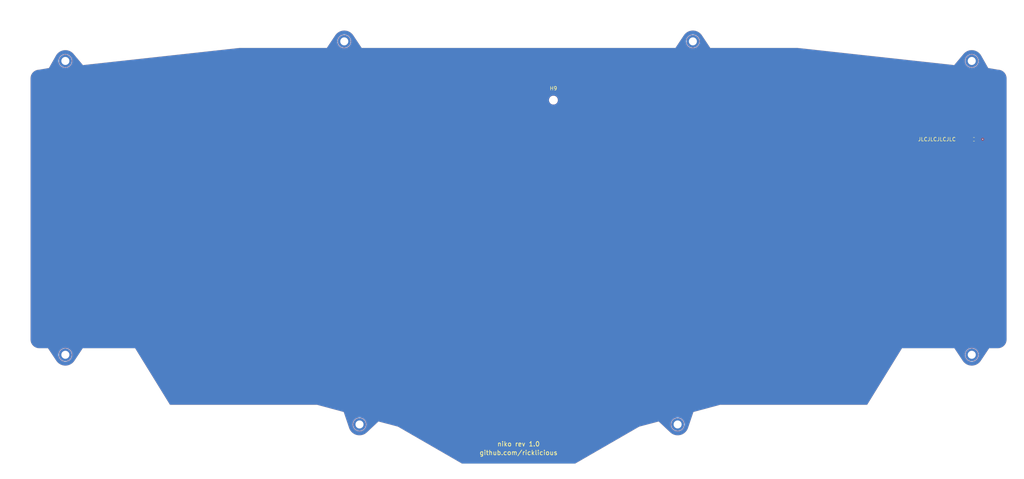
<source format=kicad_pcb>
(kicad_pcb (version 20171130) (host pcbnew "(5.1.4-0)")
  (layers (0 F.Cu signal) (31 B.Cu signal) (34 B.Paste user) (35 F.Paste user) (36 B.SilkS user) (37 F.SilkS user) (38 B.Mask user) (39 F.Mask user) (44 Edge.Cuts user))
  (net 0 "")
  (net 1 GND)
  (module MountingHole:MountingHole_2.2mm_M2 (layer F.Cu) (at 207.170418 89.297052)
    (fp_text reference H9 (at 0 -3.2) (layer F.SilkS))
    (fp_text value MountingHole)
    (pad 1 np_thru_hole circle (at 0 0) (size 2.2 2.2) (drill 2.2) (layers *.Cu *.Mask))
  )
  (module Keeb_footprints:MX100_outline (layer F.Cu) (at 197.64458 146.447085)
    (fp_text reference U61)
    (fp_text value HOLE)
  )
  (module Keeb_footprints:MX100_outline (layer F.Cu) (at 321.4701 90.48788)
    (fp_text reference U60)
    (fp_text value HOLE)
  )
  (module Keeb_footprints:MX100_outline (layer F.Cu) (at 302.42002 90.48788)
    (fp_text reference U59)
    (fp_text value HOLE)
  )
  (module Keeb_footprints:MX100_outline (layer F.Cu) (at 283.36994 86.91599)
    (fp_text reference U58)
    (fp_text value HOLE)
  )
  (module Keeb_footprints:MX100_outline (layer F.Cu) (at 264.31986 84.53473)
    (fp_text reference U57)
    (fp_text value HOLE)
  )
  (module Keeb_footprints:MX100_outline (layer F.Cu) (at 245.26978 86.91599)
    (fp_text reference U56)
    (fp_text value HOLE)
  )
  (module Keeb_footprints:MX100_outline (layer F.Cu) (at 226.2197 89.29725)
    (fp_text reference U55)
    (fp_text value HOLE)
  )
  (module Keeb_footprints:MX100_outline (layer F.Cu) (at 169.06946 89.29725)
    (fp_text reference U54)
    (fp_text value HOLE)
  )
  (module Keeb_footprints:MX100_outline (layer F.Cu) (at 150.01938 86.91599)
    (fp_text reference U53)
    (fp_text value HOLE)
  )
  (module Keeb_footprints:MX100_outline (layer F.Cu) (at 130.9693 84.53473)
    (fp_text reference U52)
    (fp_text value HOLE)
  )
  (module Keeb_footprints:MX100_outline (layer F.Cu) (at 111.91922 86.91599)
    (fp_text reference U51)
    (fp_text value HOLE)
  )
  (module Keeb_footprints:MX100_outline (layer F.Cu) (at 92.86914 90.48788)
    (fp_text reference U50)
    (fp_text value HOLE)
  )
  (module Keeb_footprints:MX100_outline (layer F.Cu) (at 73.81906 90.48788)
    (fp_text reference U49)
    (fp_text value HOLE)
  )
  (module Keeb_footprints:MX100_outline (layer F.Cu) (at 283.36994 163.11631)
    (fp_text reference U46)
    (fp_text value HOLE)
  )
  (module Keeb_footprints:MX100_outline (layer F.Cu) (at 264.31986 160.73505)
    (fp_text reference U45)
    (fp_text value HOLE)
  )
  (module Keeb_footprints:MX100_outline (layer F.Cu) (at 238.126 166.6882 195)
    (fp_text reference U44)
    (fp_text value HOLE)
  )
  (module Keeb_footprints:MX100_outline (layer F.Cu) (at 214.3134 171.45072 120)
    (fp_text reference U43)
    (fp_text value HOLE)
  )
  (module Keeb_footprints:MX100_outline (layer F.Cu) (at 180.97576 171.45072 60)
    (fp_text reference U42)
    (fp_text value HOLE)
  )
  (module Keeb_footprints:MX100_outline (layer F.Cu) (at 157.16316 166.6882 165)
    (fp_text reference U41)
    (fp_text value HOLE)
  )
  (module Keeb_footprints:MX100_outline (layer F.Cu) (at 130.9693 160.73505)
    (fp_text reference U40)
    (fp_text value HOLE)
  )
  (module Keeb_footprints:MX100_outline (layer F.Cu) (at 111.91922 163.11631)
    (fp_text reference U39)
    (fp_text value HOLE)
  )
  (module Keeb_footprints:MX100_outline (layer F.Cu) (at 321.4701 147.63812)
    (fp_text reference U36)
    (fp_text value HOLE)
  )
  (module Keeb_footprints:MX100_outline (layer F.Cu) (at 302.42002 147.63812)
    (fp_text reference U35)
    (fp_text value HOLE)
  )
  (module Keeb_footprints:MX100_outline (layer F.Cu) (at 283.36994 144.06623)
    (fp_text reference U34)
    (fp_text value HOLE)
  )
  (module Keeb_footprints:MX100_outline (layer F.Cu) (at 264.31986 141.68497)
    (fp_text reference U33)
    (fp_text value HOLE)
  )
  (module Keeb_footprints:MX100_outline (layer F.Cu) (at 245.26978 144.06623)
    (fp_text reference U32)
    (fp_text value HOLE)
  )
  (module Keeb_footprints:MX100_outline (layer F.Cu) (at 226.2197 146.44749)
    (fp_text reference U31)
    (fp_text value HOLE)
  )
  (module Keeb_footprints:MX100_outline (layer F.Cu) (at 169.06946 146.44749)
    (fp_text reference U30)
    (fp_text value HOLE)
  )
  (module Keeb_footprints:MX100_outline (layer F.Cu) (at 150.01938 144.06623)
    (fp_text reference U29)
    (fp_text value HOLE)
  )
  (module Keeb_footprints:MX100_outline (layer F.Cu) (at 130.9693 141.68497)
    (fp_text reference U28)
    (fp_text value HOLE)
  )
  (module Keeb_footprints:MX100_outline (layer F.Cu) (at 111.91922 144.06623)
    (fp_text reference U27)
    (fp_text value HOLE)
  )
  (module Keeb_footprints:MX100_outline (layer F.Cu) (at 92.86914 147.63812)
    (fp_text reference U26)
    (fp_text value HOLE)
  )
  (module Keeb_footprints:MX100_outline (layer F.Cu) (at 73.81906 147.63812)
    (fp_text reference U25)
    (fp_text value HOLE)
  )
  (module Keeb_footprints:MX100_outline (layer F.Cu) (at 321.4701 128.58804)
    (fp_text reference U24)
    (fp_text value HOLE)
  )
  (module Keeb_footprints:MX100_outline (layer F.Cu) (at 302.42002 128.58804)
    (fp_text reference U23)
    (fp_text value HOLE)
  )
  (module Keeb_footprints:MX100_outline (layer F.Cu) (at 283.36994 125.01615)
    (fp_text reference U22)
    (fp_text value HOLE)
  )
  (module Keeb_footprints:MX100_outline (layer F.Cu) (at 264.31986 122.63489)
    (fp_text reference U21)
    (fp_text value HOLE)
  )
  (module Keeb_footprints:MX100_outline (layer F.Cu) (at 245.26978 125.01615)
    (fp_text reference U20)
    (fp_text value HOLE)
  )
  (module Keeb_footprints:MX100_outline (layer F.Cu) (at 226.2197 127.39741)
    (fp_text reference U19)
    (fp_text value HOLE)
  )
  (module Keeb_footprints:MX100_outline (layer F.Cu) (at 169.06946 127.39741)
    (fp_text reference U18)
    (fp_text value HOLE)
  )
  (module Keeb_footprints:MX100_outline (layer F.Cu) (at 150.01938 125.01615)
    (fp_text reference U17)
    (fp_text value HOLE)
  )
  (module Keeb_footprints:MX100_outline (layer F.Cu) (at 130.9693 122.63489)
    (fp_text reference U16)
    (fp_text value HOLE)
  )
  (module Keeb_footprints:MX100_outline (layer F.Cu) (at 111.91922 125.01615)
    (fp_text reference U15)
    (fp_text value HOLE)
  )
  (module Keeb_footprints:MX100_outline (layer F.Cu) (at 92.86914 128.58804)
    (fp_text reference U14)
    (fp_text value HOLE)
  )
  (module Keeb_footprints:MX100_outline (layer F.Cu) (at 73.81906 128.58804)
    (fp_text reference U13)
    (fp_text value HOLE)
  )
  (module Keeb_footprints:MX100_outline (layer F.Cu) (at 321.4701 109.53796)
    (fp_text reference U12)
    (fp_text value HOLE)
  )
  (module Keeb_footprints:MX100_outline (layer F.Cu) (at 302.42002 109.53796)
    (fp_text reference U11)
    (fp_text value HOLE)
  )
  (module Keeb_footprints:MX100_outline (layer F.Cu) (at 283.36994 105.96607)
    (fp_text reference U10)
    (fp_text value HOLE)
  )
  (module Keeb_footprints:MX100_outline (layer F.Cu) (at 264.31986 103.58481)
    (fp_text reference U9)
    (fp_text value HOLE)
  )
  (module Keeb_footprints:MX100_outline (layer F.Cu) (at 245.26978 105.96607)
    (fp_text reference U8)
    (fp_text value HOLE)
  )
  (module Keeb_footprints:MX100_outline (layer F.Cu) (at 226.2197 108.34733)
    (fp_text reference U7)
    (fp_text value HOLE)
  )
  (module Keeb_footprints:MX100_outline (layer F.Cu) (at 169.06946 108.34733)
    (fp_text reference U6)
    (fp_text value HOLE)
  )
  (module Keeb_footprints:MX100_outline (layer F.Cu) (at 150.01938 105.96607)
    (fp_text reference U5)
    (fp_text value HOLE)
  )
  (module Keeb_footprints:MX100_outline (layer F.Cu) (at 130.9693 103.58481)
    (fp_text reference U4)
    (fp_text value HOLE)
  )
  (module Keeb_footprints:MX100_outline (layer F.Cu) (at 111.91922 105.96607)
    (fp_text reference U3)
    (fp_text value HOLE)
  )
  (module Keeb_footprints:MX100_outline (layer F.Cu) (at 92.86914 109.53796)
    (fp_text reference U2)
    (fp_text value HOLE)
  )
  (module Keeb_footprints:MX100_outline (layer F.Cu) (at 73.81906 109.53796)
    (fp_text reference U1)
    (fp_text value HOLE)
  )
  (module Resistor_SMD:R_0603_1608Metric_Pad1.05x0.95mm_HandSolder (layer F.Cu) (at 322.065597 100.012626 180)
    (fp_text reference R1)
    (fp_text value R_Small)
    (fp_line (start -0.171267 0.51) (end 0.171267 0.51) (layer F.SilkS) (width 0.12))
    (fp_line (start -0.171267 -0.51) (end 0.171267 -0.51) (layer F.SilkS) (width 0.12))
    (pad 2 smd roundrect (at 0.875 0 180) (size 1.05 0.95) (layers F.Cu F.Paste F.Mask))
    (pad 1 smd roundrect (at -0.875 0 180) (size 1.05 0.95) (layers F.Cu F.Paste F.Mask) (net 1 GND))
  )
  (module random-keyboard-parts:Generic-Mounthole (layer F.Cu) (at 73.81906 78.581485)
    (fp_text reference H1)
    (fp_text value MountingHole)
    (pad 1 thru_hole circle (at 0 0) (size 3.5 3.5) (drill 2.2) (layers *.Cu *.Mask))
  )
  (module random-keyboard-parts:Generic-Mounthole (layer F.Cu) (at 73.82004 158.948739)
    (fp_text reference H2)
    (fp_text value MountingHole)
    (pad 1 thru_hole circle (at 0 0) (size 3.5 3.5) (drill 2.2) (layers *.Cu *.Mask))
  )
  (module random-keyboard-parts:Generic-Mounthole (layer F.Cu) (at 150.01938 73.223743)
    (fp_text reference H3)
    (fp_text value MountingHole)
    (pad 1 thru_hole circle (at 0 0) (size 3.5 3.5) (drill 2.2) (layers *.Cu *.Mask))
  )
  (module random-keyboard-parts:Generic-Mounthole (layer F.Cu) (at 154.187295 177.998755)
    (fp_text reference H4)
    (fp_text value MountingHole)
    (pad 1 thru_hole circle (at 0 0) (size 3.5 3.5) (drill 2.2) (layers *.Cu *.Mask))
  )
  (module random-keyboard-parts:Generic-Mounthole (layer F.Cu) (at 245.26978 73.223743)
    (fp_text reference H5)
    (fp_text value MountingHole)
    (pad 1 thru_hole circle (at 0 0) (size 3.5 3.5) (drill 2.2) (layers *.Cu *.Mask))
  )
  (module random-keyboard-parts:Generic-Mounthole (layer F.Cu) (at 241.102993 177.998755)
    (fp_text reference H6)
    (fp_text value MountingHole)
    (pad 1 thru_hole circle (at 0 0) (size 3.5 3.5) (drill 2.2) (layers *.Cu *.Mask))
  )
  (module random-keyboard-parts:Generic-Mounthole (layer F.Cu) (at 321.470256 78.581436)
    (fp_text reference H7)
    (fp_text value MountingHole)
    (pad 1 thru_hole circle (at 0 0) (size 3.5 3.5) (drill 2.2) (layers *.Cu *.Mask))
  )
  (module random-keyboard-parts:Generic-Mounthole (layer F.Cu) (at 321.4701 158.948675)
    (fp_text reference H8)
    (fp_text value MountingHole)
    (pad 1 thru_hole circle (at 0 0) (size 3.5 3.5) (drill 2.2) (layers *.Cu *.Mask))
  )
  (gr_line (start 325.965882 80.50646) (end 328.614012 80.962736) (layer Edge.Cuts) (width 0.05))
  (gr_line (start 323.970179 76.980529) (end 325.965882 80.50646) (layer Edge.Cuts) (width 0.05))
  (gr_arc (start 321.468762 78.581436) (end 319.368763 76.481437) (angle 102.3807569) (layer Edge.Cuts) (width 0.05))
  (gr_line (start 316.665882 79.70646) (end 273.844212 75.009606) (layer Edge.Cuts) (width 0.05))
  (gr_line (start 319.368763 76.481437) (end 316.665882 79.70646) (layer Edge.Cuts) (width 0.05))
  (gr_line (start 75.920529 76.481437) (end 78.62341 79.70646) (layer Edge.Cuts) (width 0.05))
  (gr_line (start 71.319113 76.980529) (end 69.32341 80.50646) (layer Edge.Cuts) (width 0.05))
  (gr_arc (start 73.82053 78.581436) (end 75.920529 76.481437) (angle -102.3807569) (layer Edge.Cuts) (width 0.05))
  (gr_line (start 159.366878 177.205822) (end 164.666878 178.605822) (layer Edge.Cuts) (width 0.05))
  (gr_arc (start 154.166878 178.005822) (end 156.066877 180.305821) (angle 110.2696217) (layer Edge.Cuts) (width 0.05))
  (gr_line (start 156.066878 180.305822) (end 159.366878 177.205822) (layer Edge.Cuts) (width 0.05))
  (gr_line (start 149.866878 174.605822) (end 142.579066 172.640732) (layer Edge.Cuts) (width 0.05))
  (gr_line (start 151.351079 178.991351) (end 149.866878 174.605822) (layer Edge.Cuts) (width 0.05))
  (gr_arc (start 241.12341 178.00646) (end 239.223411 180.306459) (angle -110.2696217) (layer Edge.Cuts) (width 0.05))
  (gr_line (start 243.939209 178.991989) (end 245.42341 174.60646) (layer Edge.Cuts) (width 0.05))
  (gr_line (start 239.22341 180.30646) (end 235.92341 177.20646) (layer Edge.Cuts) (width 0.05))
  (gr_line (start 323.85157 160.734312) (end 326.232818 157.16244) (layer Edge.Cuts) (width 0.05))
  (gr_line (start 319.089074 160.734312) (end 316.707826 157.16244) (layer Edge.Cuts) (width 0.05))
  (gr_arc (start 321.470322 158.948376) (end 319.089074 160.734312) (angle -106.2602047) (layer Edge.Cuts) (width 0.05))
  (gr_line (start 242.889138 71.437872) (end 240.50789 75.009744) (layer Edge.Cuts) (width 0.05))
  (gr_line (start 247.651634 71.437872) (end 250.032882 75.009744) (layer Edge.Cuts) (width 0.05))
  (gr_arc (start 245.270386 73.223808) (end 247.651634 71.437872) (angle -106.2602047) (layer Edge.Cuts) (width 0.05))
  (gr_line (start 145.25797 75.009744) (end 121.44508 75.009606) (layer Edge.Cuts) (width 0.05))
  (gr_line (start 147.639218 71.437872) (end 145.25797 75.009744) (layer Edge.Cuts) (width 0.05))
  (gr_line (start 152.401714 71.437872) (end 154.782962 75.009744) (layer Edge.Cuts) (width 0.05))
  (gr_arc (start 150.020466 73.223808) (end 152.401714 71.437872) (angle -106.2602047) (layer Edge.Cuts) (width 0.05))
  (gr_arc (start 73.82053 158.948556) (end 71.439282 160.734492) (angle -106.2602047) (layer Edge.Cuts) (width 0.05))
  (gr_line (start 292.896116 172.64135) (end 302.42002 157.16316) (layer Edge.Cuts) (width 0.05))
  (gr_line (start 316.707826 157.1628) (end 302.42002 157.16316) (layer Edge.Cuts) (width 0.05))
  (gr_line (start 235.92341 177.20646) (end 230.62341 178.60646) (layer Edge.Cuts) (width 0.05))
  (gr_line (start 213.123282 188.714389) (end 230.62341 178.60646) (layer Edge.Cuts) (width 0.05))
  (gr_line (start 245.42341 174.60646) (end 252.711222 172.64137) (layer Edge.Cuts) (width 0.05))
  (gr_line (start 252.711222 172.640732) (end 292.895346 172.640732) (layer Edge.Cuts) (width 0.05))
  (gr_arc (start 66.67528 83.343988) (end 66.67528 80.962736) (angle -90) (layer Edge.Cuts) (width 0.05))
  (gr_line (start 69.32341 80.50646) (end 66.67528 80.962736) (layer Edge.Cuts) (width 0.05))
  (gr_line (start 142.579066 172.640732) (end 102.39418 172.64135) (layer Edge.Cuts) (width 0.05))
  (gr_line (start 182.167006 188.714389) (end 164.666878 178.605822) (layer Edge.Cuts) (width 0.05))
  (gr_line (start 76.201778 160.734492) (end 78.583026 157.16262) (layer Edge.Cuts) (width 0.05))
  (gr_line (start 71.439282 160.734492) (end 69.058034 157.16262) (layer Edge.Cuts) (width 0.05))
  (gr_line (start 250.032882 75.009744) (end 273.845216 75.009606) (layer Edge.Cuts) (width 0.05))
  (gr_line (start 78.583026 157.1628) (end 92.86914 157.16316) (layer Edge.Cuts) (width 0.05))
  (gr_line (start 69.058034 157.1628) (end 66.67528 157.16316) (layer Edge.Cuts) (width 0.05))
  (gr_line (start 102.39418 172.64135) (end 92.86914 157.16316) (layer Edge.Cuts) (width 0.05))
  (gr_arc (start 66.67528 154.781908) (end 64.294028 154.781908) (angle -90) (layer Edge.Cuts) (width 0.05))
  (gr_arc (start 328.614012 83.343988) (end 330.995264 83.343988) (angle -90) (layer Edge.Cuts) (width 0.05))
  (gr_arc (start 328.614036 154.781484) (end 328.614036 157.162736) (angle -90) (layer Edge.Cuts) (width 0.05))
  (gr_line (start 213.123282 188.714389) (end 182.167006 188.714156) (layer Edge.Cuts) (width 0.05))
  (gr_line (start 328.614036 157.162736) (end 326.232818 157.1628) (layer Edge.Cuts) (width 0.05))
  (gr_line (start 154.782962 75.009744) (end 240.50789 75.009744) (layer Edge.Cuts) (width 0.05))
  (gr_line (start 78.62341 79.70646) (end 121.44508 75.009606) (layer Edge.Cuts) (width 0.05))
  (gr_line (start 330.995288 154.781484) (end 330.995264 83.343988) (layer Edge.Cuts) (width 0.05))
  (gr_line (start 64.294028 83.343988) (end 64.29402 154.7819) (layer Edge.Cuts) (width 0.05))
  (gr_text JLCJLCJLCJLC (at 311.945285 100.01271) (layer F.SilkS) (effects (font (size 1 1))))
  (gr_text github.com/ricklicious (at 197.645285 185.73771) (layer F.SilkS) (effects (font (size 1.25 1.25) (thickness 0.2))))
  (gr_text "niko rev 1.0" (at 197.645285 183.35646) (layer F.SilkS) (effects (font (size 1.25 1.25) (thickness 0.2))))
  (via (at 324.446847 100.012626) (size 0.5) (drill 0.25) (layers F.Cu B.Cu) (net 1))
  (segment (start 322.940597 100.012626) (end 324.446847 100.012626) (width 0.25) (layer F.Cu) (net 1))
  (zone (net 1) (net_name GND) (layer F.Cu) (connect_pads (clearance 0)) (min_thickness 0.254) (fill yes (arc_segments 32) (thermal_gap 0.508) (thermal_bridge_width 0.508))
    (polygon (pts (xy 335.75776 61.91272) (xy 335.75776 192.88158) (xy 55.96091 192.88146) (xy 55.96091 61.91271)))
  )
  (zone (net 0) (net_name "") (layer B.Cu) (connect_pads (clearance 0)) (min_thickness 0.254) (fill yes (arc_segments 32) (thermal_gap 0.508) (thermal_bridge_width 0.508))
    (polygon (pts (xy 335.75776 61.91272) (xy 335.75776 192.88158) (xy 55.96091 192.88146) (xy 55.96091 61.91271)))
  )
)
</source>
